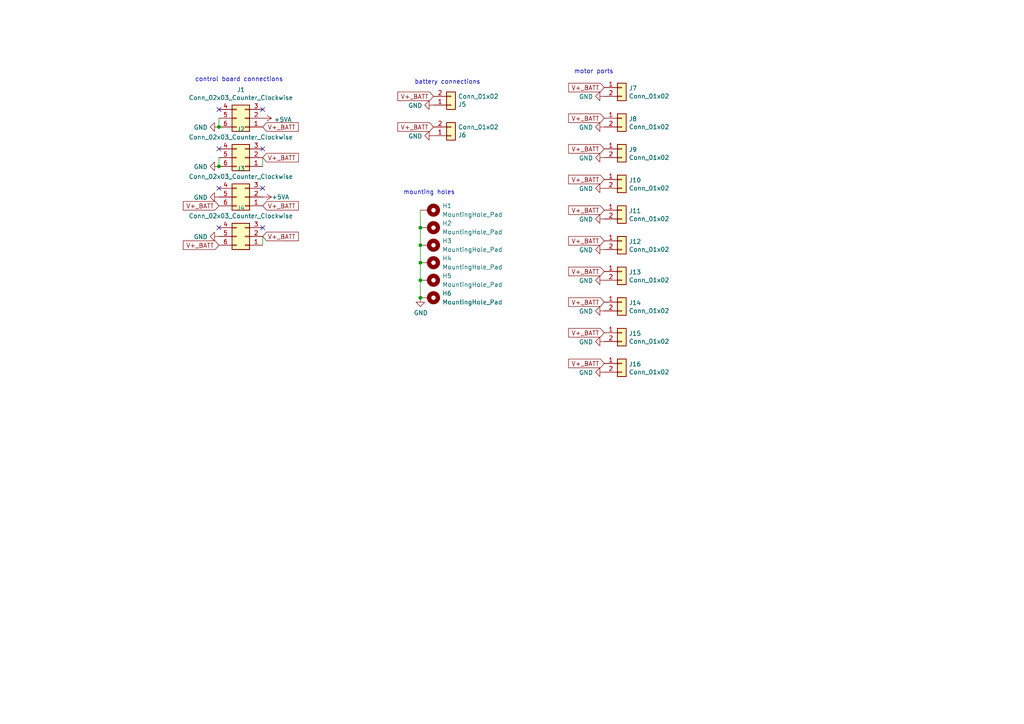
<source format=kicad_sch>
(kicad_sch (version 20231120) (generator "eeschema") (generator_version "8.0")
  (paper "A4")
  (lib_symbols
    (symbol "Connector_Generic:Conn_01x02" (pin_names (offset 1.016) hide)
      (property "Reference" "J" (at 0 2.54 0))
      (property "Value" "Conn_01x02" (at 0 -5.08 0))
      (symbol "Conn_01x02_1_1"
        (rectangle (start -1.27 -2.413) (end 0 -2.667) (stroke (width 0.1524)))
        (rectangle (start -1.27 0.127) (end 0 -0.127) (stroke (width 0.1524)))
        (rectangle (start -1.27 1.27) (end 1.27 -3.81) (stroke (width 0.254)) (fill (type background)))
        (pin passive line (at -5.08 0 0) (length 3.81) (name "Pin_1") (number "1"))
        (pin passive line (at -5.08 -2.54 0) (length 3.81) (name "Pin_2") (number "2"))
      )
    )
    (symbol "Connector_Generic:Conn_02x03_Counter_Clockwise" (pin_names (offset 1.016) hide)
      (property "Reference" "J" (at 1.27 5.08 0))
      (property "Value" "Conn_02x03_Counter_Clockwise" (at 1.27 -5.08 0))
      (symbol "Conn_02x03_Counter_Clockwise_1_1"
        (rectangle (start -1.27 -2.413) (end 0 -2.667) (stroke (width 0.1524)))
        (rectangle (start -1.27 0.127) (end 0 -0.127) (stroke (width 0.1524)))
        (rectangle (start -1.27 2.667) (end 0 2.413) (stroke (width 0.1524)))
        (rectangle (start -1.27 3.81) (end 3.81 -3.81) (stroke (width 0.254)) (fill (type background)))
        (rectangle (start 3.81 -2.413) (end 2.54 -2.667) (stroke (width 0.1524)))
        (rectangle (start 3.81 0.127) (end 2.54 -0.127) (stroke (width 0.1524)))
        (rectangle (start 3.81 2.667) (end 2.54 2.413) (stroke (width 0.1524)))
        (pin passive line (at -5.08 2.54 0) (length 3.81) (name "Pin_1") (number "1"))
        (pin passive line (at -5.08 0 0) (length 3.81) (name "Pin_2") (number "2"))
        (pin passive line (at -5.08 -2.54 0) (length 3.81) (name "Pin_3") (number "3"))
        (pin passive line (at 7.62 -2.54 180) (length 3.81) (name "Pin_4") (number "4"))
        (pin passive line (at 7.62 0 180) (length 3.81) (name "Pin_5") (number "5"))
        (pin passive line (at 7.62 2.54 180) (length 3.81) (name "Pin_6") (number "6"))
      )
    )
    (symbol "Mechanical:MountingHole_Pad" (pin_numbers hide) (pin_names (offset 1.016) hide)
      (property "Reference" "H" (at 0 6.35 0))
      (property "Value" "MountingHole_Pad" (at 0 4.445 0))
      (symbol "MountingHole_Pad_0_1"
        (circle (center 0 1.27) (radius 1.27) (stroke (width 1.27)))
      )
      (symbol "MountingHole_Pad_1_1"
        (pin input line (at 0 -2.54 90) (length 2.54) (name "1") (number "1"))
      )
    )
    (symbol "PDB-rescue:+5VA-power" (power) (pin_names (offset 0))
      (property "Value" "power_+5VA" (at 0 3.556 0))
      (symbol "+5VA-power_0_1"
        (polyline (pts (xy -0.762 1.27) (xy 0 2.54)))
        (polyline (pts (xy 0 0) (xy 0 2.54)))
        (polyline (pts (xy 0 2.54) (xy 0.762 1.27)))
      )
      (symbol "+5VA-power_1_1"
        (pin power_in line (at 0 0 90) (length 0) hide (name "+5VA") (number "1"))
      )
    )
    (symbol "PDB-rescue:GND-power" (power) (pin_names (offset 0))
      (property "Value" "power_GND" (at 0 -3.81 0))
      (symbol "GND-power_0_1"
        (polyline (pts (xy 0 0) (xy 0 -1.27) (xy 1.27 -1.27) (xy 0 -2.54) (xy -1.27 -1.27) (xy 0 -1.27)))
      )
      (symbol "GND-power_1_1"
        (pin power_in line (at 0 0 270) (length 0) hide (name "GND") (number "1"))
      )
    )
  )
  (junction (at 63.5 36.83))
  (junction (at 121.92 71.12))
  (junction (at 63.5 48.26))
  (junction (at 121.92 66.04))
  (junction (at 121.92 81.28))
  (junction (at 121.92 86.36))
  (junction (at 121.92 76.2))
  (no_connect (at 63.5 54.61))
  (no_connect (at 76.2 54.61))
  (no_connect (at 63.5 66.04))
  (no_connect (at 76.2 66.04))
  (no_connect (at 63.5 31.75))
  (no_connect (at 76.2 31.75))
  (no_connect (at 63.5 43.18))
  (no_connect (at 76.2 43.18))
  (wire (pts (xy 63.5 34.29) (xy 63.5 36.83)))
  (wire (pts (xy 121.92 71.12) (xy 121.92 76.2)))
  (wire (pts (xy 76.2 68.58) (xy 76.2 71.12)))
  (wire (pts (xy 121.92 60.96) (xy 121.92 66.04)))
  (wire (pts (xy 121.92 81.28) (xy 121.92 86.36)))
  (wire (pts (xy 76.2 45.72) (xy 76.2 48.26)))
  (wire (pts (xy 121.92 76.2) (xy 121.92 81.28)))
  (wire (pts (xy 63.5 45.72) (xy 63.5 48.26)))
  (wire (pts (xy 121.92 66.04) (xy 121.92 71.12)))
  (text "battery connections" (at 129.794 23.876 0) (effects (font (size 1.27 1.27))))
  (text "control board connections" (at 69.342 23.114 0) (effects (font (size 1.27 1.27))))
  (text "motor ports" (at 172.212 20.828 0) (effects (font (size 1.27 1.27))))
  (text "mounting holes" (at 124.46 55.88 0) (effects (font (size 1.27 1.27))))
  (global_label "V+_BATT" (shape input) (at 76.2 68.58 0) (property "Intersheetrefs" "${INTERSHEET_REFS}" (effects (hide yes))))
  (global_label "V+_BATT" (shape input) (at 175.26 69.85 180) (property "Intersheetrefs" "${INTERSHEET_REFS}" (effects (hide yes))))
  (global_label "V+_BATT" (shape input) (at 175.26 52.07 180) (property "Intersheetrefs" "${INTERSHEET_REFS}" (effects (hide yes))))
  (global_label "V+_BATT" (shape input) (at 63.5 71.12 180) (property "Intersheetrefs" "${INTERSHEET_REFS}" (effects (hide yes))))
  (global_label "V+_BATT" (shape input) (at 76.2 45.72 0) (property "Intersheetrefs" "${INTERSHEET_REFS}" (effects (hide yes))))
  (global_label "V+_BATT" (shape input) (at 175.26 43.18 180) (property "Intersheetrefs" "${INTERSHEET_REFS}" (effects (hide yes))))
  (global_label "V+_BATT" (shape input) (at 175.26 34.29 180) (property "Intersheetrefs" "${INTERSHEET_REFS}" (effects (hide yes))))
  (global_label "V+_BATT" (shape input) (at 175.26 60.96 180) (property "Intersheetrefs" "${INTERSHEET_REFS}" (effects (hide yes))))
  (global_label "V+_BATT" (shape input) (at 175.26 96.52 180) (property "Intersheetrefs" "${INTERSHEET_REFS}" (effects (hide yes))))
  (global_label "V+_BATT" (shape input) (at 175.26 105.41 180) (property "Intersheetrefs" "${INTERSHEET_REFS}" (effects (hide yes))))
  (global_label "V+_BATT" (shape input) (at 76.2 59.69 0) (property "Intersheetrefs" "${INTERSHEET_REFS}" (effects (hide yes))))
  (global_label "V+_BATT" (shape input) (at 76.2 36.83 0) (property "Intersheetrefs" "${INTERSHEET_REFS}" (effects (hide yes))))
  (global_label "V+_BATT" (shape input) (at 175.26 87.63 180) (property "Intersheetrefs" "${INTERSHEET_REFS}" (effects (hide yes))))
  (global_label "V+_BATT" (shape input) (at 175.26 25.4 180) (property "Intersheetrefs" "${INTERSHEET_REFS}" (effects (hide yes))))
  (global_label "V+_BATT" (shape input) (at 125.73 36.83 180) (property "Intersheetrefs" "${INTERSHEET_REFS}" (effects (hide yes))))
  (global_label "V+_BATT" (shape input) (at 175.26 78.74 180) (property "Intersheetrefs" "${INTERSHEET_REFS}" (effects (hide yes))))
  (global_label "V+_BATT" (shape input) (at 63.5 59.69 180) (property "Intersheetrefs" "${INTERSHEET_REFS}" (effects (hide yes))))
  (global_label "V+_BATT" (shape input) (at 125.73 27.94 180) (property "Intersheetrefs" "${INTERSHEET_REFS}" (effects (hide yes))))
  (symbol (lib_id "PDB-rescue:GND-power") (at 175.26 81.28 270) (unit 1)
    (property "Reference" "#PWR016" (effects (hide yes)))
    (property "Value" "GND" (at 172.0088 81.407 90) (effects (justify right)))
  )
  (symbol (lib_id "Connector_Generic:Conn_01x02") (at 180.34 87.63 0) (unit 1)
    (property "Reference" "J14" (at 182.372 87.8332 0) (effects (justify left)))
    (property "Value" "Conn_01x02" (at 182.372 90.1446 0) (effects (justify left)))
    (property "Footprint" "PDB:XT-60_horizontal" (effects (hide yes)))
  )
  (symbol (lib_id "PDB-rescue:GND-power") (at 63.5 36.83 270) (unit 1)
    (property "Reference" "#PWR01" (effects (hide yes)))
    (property "Value" "GND" (at 60.2488 36.957 90) (effects (justify right)))
  )
  (symbol (lib_id "PDB-rescue:GND-power") (at 175.26 27.94 270) (unit 1)
    (property "Reference" "#PWR010" (effects (hide yes)))
    (property "Value" "GND" (at 172.0088 28.067 90) (effects (justify right)))
  )
  (symbol (lib_id "PDB-rescue:GND-power") (at 63.5 57.15 270) (unit 1)
    (property "Reference" "#PWR03" (effects (hide yes)))
    (property "Value" "GND" (at 60.2488 57.277 90) (effects (justify right)))
  )
  (symbol (lib_id "PDB-rescue:GND-power") (at 63.5 48.26 270) (unit 1)
    (property "Reference" "#PWR02" (effects (hide yes)))
    (property "Value" "GND" (at 60.2488 48.387 90) (effects (justify right)))
  )
  (symbol (lib_id "PDB-rescue:GND-power") (at 175.26 63.5 270) (unit 1)
    (property "Reference" "#PWR014" (effects (hide yes)))
    (property "Value" "GND" (at 172.0088 63.627 90) (effects (justify right)))
  )
  (symbol (lib_id "Mechanical:MountingHole_Pad") (at 124.46 76.2 270) (unit 1)
    (property "Reference" "H4" (at 128.27 74.9299 90) (effects (justify left)))
    (property "Value" "MountingHole_Pad" (at 128.27 77.4699 90) (effects (justify left)))
    (property "Description" "Mounting Hole with connection" (effects (hide yes)))
  )
  (symbol (lib_id "Mechanical:MountingHole_Pad") (at 124.46 60.96 270) (unit 1)
    (property "Reference" "H1" (at 128.27 59.6899 90) (effects (justify left)))
    (property "Value" "MountingHole_Pad" (at 128.27 62.2299 90) (effects (justify left)))
    (property "Description" "Mounting Hole with connection" (effects (hide yes)))
  )
  (symbol (lib_id "PDB-rescue:GND-power") (at 175.26 107.95 270) (unit 1)
    (property "Reference" "#PWR019" (effects (hide yes)))
    (property "Value" "GND" (at 172.0088 108.077 90) (effects (justify right)))
  )
  (symbol (lib_id "PDB-rescue:GND-power") (at 175.26 99.06 270) (unit 1)
    (property "Reference" "#PWR018" (effects (hide yes)))
    (property "Value" "GND" (at 172.0088 99.187 90) (effects (justify right)))
  )
  (symbol (lib_id "Connector_Generic:Conn_01x02") (at 130.81 39.37 0) (mirror x) (unit 1)
    (property "Reference" "J6" (at 132.842 39.1668 0) (effects (justify left)))
    (property "Value" "Conn_01x02" (at 132.842 36.8554 0) (effects (justify left)))
    (property "Footprint" "Connector_AMASS:AMASS_XT30PW-F_1x02_P2.50mm_Horizontal" (effects (hide yes)))
  )
  (symbol (lib_id "Mechanical:MountingHole_Pad") (at 124.46 86.36 270) (unit 1)
    (property "Reference" "H6" (at 128.27 85.0899 90) (effects (justify left)))
    (property "Value" "MountingHole_Pad" (at 128.27 87.6299 90) (effects (justify left)))
    (property "Description" "Mounting Hole with connection" (effects (hide yes)))
  )
  (symbol (lib_id "PDB-rescue:GND-power") (at 175.26 90.17 270) (unit 1)
    (property "Reference" "#PWR017" (effects (hide yes)))
    (property "Value" "GND" (at 172.0088 90.297 90) (effects (justify right)))
  )
  (symbol (lib_id "Connector_Generic:Conn_01x02") (at 130.81 30.48 0) (mirror x) (unit 1)
    (property "Reference" "J5" (at 132.842 30.2768 0) (effects (justify left)))
    (property "Value" "Conn_01x02" (at 132.842 27.9654 0) (effects (justify left)))
    (property "Footprint" "Connector_AMASS:AMASS_XT30PW-F_1x02_P2.50mm_Horizontal" (effects (hide yes)))
  )
  (symbol (lib_id "PDB-rescue:GND-power") (at 63.5 68.58 270) (unit 1)
    (property "Reference" "#PWR04" (effects (hide yes)))
    (property "Value" "GND" (at 60.2488 68.707 90) (effects (justify right)))
  )
  (symbol (lib_id "Mechanical:MountingHole_Pad") (at 124.46 66.04 270) (unit 1)
    (property "Reference" "H2" (at 128.27 64.7699 90) (effects (justify left)))
    (property "Value" "MountingHole_Pad" (at 128.27 67.3099 90) (effects (justify left)))
    (property "Description" "Mounting Hole with connection" (effects (hide yes)))
  )
  (symbol (lib_id "PDB-rescue:GND-power") (at 175.26 54.61 270) (unit 1)
    (property "Reference" "#PWR013" (effects (hide yes)))
    (property "Value" "GND" (at 172.0088 54.737 90) (effects (justify right)))
  )
  (symbol (lib_id "PDB-rescue:+5VA-power") (at 76.2 57.15 270) (unit 1)
    (property "Reference" "#PWR06" (effects (hide yes)))
    (property "Value" "+5VA" (at 78.74 57.15 90) (effects (justify left)))
  )
  (symbol (lib_id "Connector_Generic:Conn_01x02") (at 180.34 25.4 0) (unit 1)
    (property "Reference" "J7" (at 182.372 25.6032 0) (effects (justify left)))
    (property "Value" "Conn_01x02" (at 182.372 27.9146 0) (effects (justify left)))
    (property "Footprint" "PDB:XT-60_horizontal" (effects (hide yes)))
  )
  (symbol (lib_id "Connector_Generic:Conn_01x02") (at 180.34 52.07 0) (unit 1)
    (property "Reference" "J10" (at 182.372 52.2732 0) (effects (justify left)))
    (property "Value" "Conn_01x02" (at 182.372 54.5846 0) (effects (justify left)))
    (property "Footprint" "PDB:XT-60_horizontal" (effects (hide yes)))
  )
  (symbol (lib_id "Connector_Generic:Conn_01x02") (at 180.34 105.41 0) (unit 1)
    (property "Reference" "J16" (at 182.372 105.6132 0) (effects (justify left)))
    (property "Value" "Conn_01x02" (at 182.372 107.9246 0) (effects (justify left)))
    (property "Footprint" "PDB:XT-60_horizontal" (effects (hide yes)))
  )
  (symbol (lib_id "PDB-rescue:GND-power") (at 121.92 86.36 0) (unit 1)
    (property "Reference" "#PWR07" (effects (hide yes)))
    (property "Value" "GND" (at 122.047 90.7542 0))
  )
  (symbol (lib_id "Connector_Generic:Conn_01x02") (at 180.34 60.96 0) (unit 1)
    (property "Reference" "J11" (at 182.372 61.1632 0) (effects (justify left)))
    (property "Value" "Conn_01x02" (at 182.372 63.4746 0) (effects (justify left)))
    (property "Footprint" "PDB:XT-60_horizontal" (effects (hide yes)))
  )
  (symbol (lib_id "Mechanical:MountingHole_Pad") (at 124.46 81.28 270) (unit 1)
    (property "Reference" "H5" (at 128.27 80.0099 90) (effects (justify left)))
    (property "Value" "MountingHole_Pad" (at 128.27 82.5499 90) (effects (justify left)))
    (property "Description" "Mounting Hole with connection" (effects (hide yes)))
  )
  (symbol (lib_id "Connector_Generic:Conn_01x02") (at 180.34 78.74 0) (unit 1)
    (property "Reference" "J13" (at 182.372 78.9432 0) (effects (justify left)))
    (property "Value" "Conn_01x02" (at 182.372 81.2546 0) (effects (justify left)))
    (property "Footprint" "PDB:XT-60_horizontal" (effects (hide yes)))
  )
  (symbol (lib_id "PDB-rescue:GND-power") (at 125.73 39.37 270) (unit 1)
    (property "Reference" "#PWR09" (effects (hide yes)))
    (property "Value" "GND" (at 122.4788 39.497 90) (effects (justify right)))
  )
  (symbol (lib_id "Connector_Generic:Conn_01x02") (at 180.34 43.18 0) (unit 1)
    (property "Reference" "J9" (at 182.372 43.3832 0) (effects (justify left)))
    (property "Value" "Conn_01x02" (at 182.372 45.6946 0) (effects (justify left)))
    (property "Footprint" "PDB:XT-60_horizontal" (effects (hide yes)))
  )
  (symbol (lib_id "PDB-rescue:GND-power") (at 125.73 30.48 270) (unit 1)
    (property "Reference" "#PWR08" (effects (hide yes)))
    (property "Value" "GND" (at 122.4788 30.607 90) (effects (justify right)))
  )
  (symbol (lib_id "Connector_Generic:Conn_02x03_Counter_Clockwise") (at 71.12 34.29 180) (unit 1)
    (property "Reference" "J1" (at 69.85 26.035 0))
    (property "Value" "Conn_02x03_Counter_Clockwise" (at 69.85 28.3464 0))
    (property "Footprint" "Connector_PinHeader_2.54mm:PinHeader_2x03_P2.54mm_Vertical" (effects (hide yes)))
  )
  (symbol (lib_id "Connector_Generic:Conn_01x02") (at 180.34 34.29 0) (unit 1)
    (property "Reference" "J8" (at 182.372 34.4932 0) (effects (justify left)))
    (property "Value" "Conn_01x02" (at 182.372 36.8046 0) (effects (justify left)))
    (property "Footprint" "PDB:XT-60_horizontal" (effects (hide yes)))
  )
  (symbol (lib_id "Mechanical:MountingHole_Pad") (at 124.46 71.12 270) (unit 1)
    (property "Reference" "H3" (at 128.27 69.8499 90) (effects (justify left)))
    (property "Value" "MountingHole_Pad" (at 128.27 72.3899 90) (effects (justify left)))
    (property "Description" "Mounting Hole with connection" (effects (hide yes)))
  )
  (symbol (lib_id "PDB-rescue:GND-power") (at 175.26 36.83 270) (unit 1)
    (property "Reference" "#PWR011" (effects (hide yes)))
    (property "Value" "GND" (at 172.0088 36.957 90) (effects (justify right)))
  )
  (symbol (lib_id "PDB-rescue:GND-power") (at 175.26 45.72 270) (unit 1)
    (property "Reference" "#PWR012" (effects (hide yes)))
    (property "Value" "GND" (at 172.0088 45.847 90) (effects (justify right)))
  )
  (symbol (lib_id "Connector_Generic:Conn_01x02") (at 180.34 69.85 0) (unit 1)
    (property "Reference" "J12" (at 182.372 70.0532 0) (effects (justify left)))
    (property "Value" "Conn_01x02" (at 182.372 72.3646 0) (effects (justify left)))
    (property "Footprint" "PDB:XT-60_horizontal" (effects (hide yes)))
  )
  (symbol (lib_id "PDB-rescue:GND-power") (at 175.26 72.39 270) (unit 1)
    (property "Reference" "#PWR015" (effects (hide yes)))
    (property "Value" "GND" (at 172.0088 72.517 90) (effects (justify right)))
  )
  (symbol (lib_id "Connector_Generic:Conn_02x03_Counter_Clockwise") (at 71.12 45.72 180) (unit 1)
    (property "Reference" "J2" (at 69.85 37.465 0))
    (property "Value" "Conn_02x03_Counter_Clockwise" (at 69.85 39.7764 0))
    (property "Footprint" "Connector_PinHeader_2.54mm:PinHeader_2x03_P2.54mm_Vertical" (effects (hide yes)))
  )
  (symbol (lib_id "PDB-rescue:+5VA-power") (at 76.2 34.29 270) (unit 1)
    (property "Reference" "#PWR05" (effects (hide yes)))
    (property "Value" "+5VA" (at 79.4512 34.671 90) (effects (justify left)))
  )
  (symbol (lib_id "Connector_Generic:Conn_01x02") (at 180.34 96.52 0) (unit 1)
    (property "Reference" "J15" (at 182.372 96.7232 0) (effects (justify left)))
    (property "Value" "Conn_01x02" (at 182.372 99.0346 0) (effects (justify left)))
    (property "Footprint" "PDB:XT-60_horizontal" (effects (hide yes)))
  )
  (symbol (lib_id "Connector_Generic:Conn_02x03_Counter_Clockwise") (at 71.12 57.15 180) (unit 1)
    (property "Reference" "J3" (at 69.85 48.895 0))
    (property "Value" "Conn_02x03_Counter_Clockwise" (at 69.85 51.2064 0))
    (property "Footprint" "Connector_PinHeader_2.54mm:PinHeader_2x03_P2.54mm_Vertical" (effects (hide yes)))
  )
  (symbol (lib_id "Connector_Generic:Conn_02x03_Counter_Clockwise") (at 71.12 68.58 180) (unit 1)
    (property "Reference" "J4" (at 69.85 60.325 0))
    (property "Value" "Conn_02x03_Counter_Clockwise" (at 69.85 62.6364 0))
    (property "Footprint" "Connector_PinHeader_2.54mm:PinHeader_2x03_P2.54mm_Vertical" (effects (hide yes)))
  )
)
</source>
